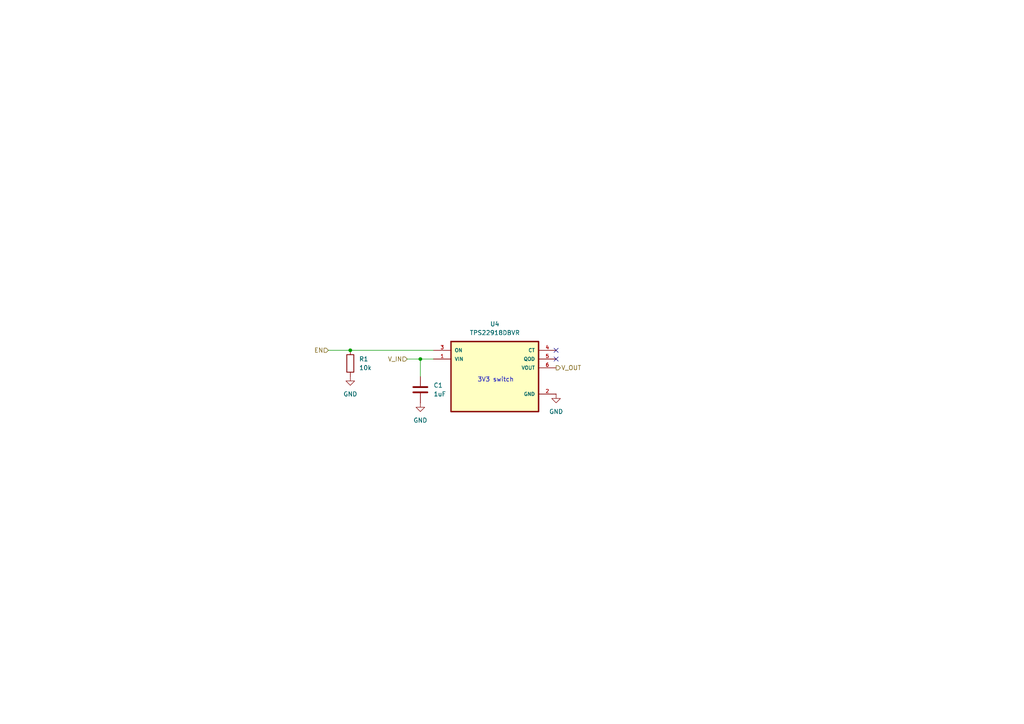
<source format=kicad_sch>
(kicad_sch (version 20250114) (generator "eeschema") (generator_version "9.0")
  (paper "A4")
  (lib_symbols
    (symbol "Device:C" (pin_numbers (hide yes)) (pin_names (offset 0.254))
      (property "Reference" "C" (at 0.635 2.54 0))
      (property "Value" "C" (at 0.635 -2.54 0))
      (symbol "C_0_1"
        (polyline (pts (xy -2.032 0.762) (xy 2.032 0.762)) (stroke (width 0.508)))
        (polyline (pts (xy -2.032 -0.762) (xy 2.032 -0.762)) (stroke (width 0.508)))
      )
      (symbol "C_1_1"
        (pin passive line (at 0 3.81 270) (length 2.794) (name "~") (number "1"))
        (pin passive line (at 0 -3.81 90) (length 2.794) (name "~") (number "2"))
      )
    )
    (symbol "Device:R" (pin_numbers (hide yes)) (pin_names (offset 0))
      (property "Reference" "R" (at 2.032 0 90))
      (property "Value" "R" (at 0 0 90))
      (symbol "R_0_1"
        (rectangle (start -1.016 -2.54) (end 1.016 2.54) (stroke (width 0.254)))
      )
      (symbol "R_1_1"
        (pin passive line (at 0 3.81 270) (length 1.27) (name "~") (number "1"))
        (pin passive line (at 0 -3.81 90) (length 1.27) (name "~") (number "2"))
      )
    )
    (symbol "TPS22918DBVR:TPS22918DBVR" (pin_names (offset 1.016))
      (property "Reference" "U" (at -12.7 11.16 0))
      (property "Value" "TPS22918DBVR" (at -12.7 -14.16 0))
      (symbol "TPS22918DBVR_0_0"
        (rectangle (start -12.7 -10.16) (end 12.7 10.16) (stroke (width 0.41)) (fill (type background)))
        (pin input line (at -17.78 7.62 0) (length 5.08) (name "ON") (number "3"))
        (pin input line (at -17.78 5.08 0) (length 5.08) (name "VIN") (number "1"))
        (pin output line (at 17.78 7.62 180) (length 5.08) (name "CT") (number "4"))
        (pin output line (at 17.78 5.08 180) (length 5.08) (name "QOD") (number "5"))
        (pin output line (at 17.78 2.54 180) (length 5.08) (name "VOUT") (number "6"))
        (pin power_in line (at 17.78 -5.08 180) (length 5.08) (name "GND") (number "2"))
      )
    )
    (symbol "power:GND" (power) (pin_numbers (hide yes)) (pin_names (offset 0) (hide yes))
      (property "Value" "GND" (at 0 -3.81 0))
      (symbol "GND_0_1"
        (polyline (pts (xy 0 0) (xy 0 -1.27) (xy 1.27 -1.27) (xy 0 -2.54) (xy -1.27 -1.27) (xy 0 -1.27)))
      )
      (symbol "GND_1_1"
        (pin power_in line (at 0 0 270) (length 0) (name "~") (number "1"))
      )
    )
  )
  (text "3V3 switch" (at 143.764 110.236 0) (effects (font (size 1.27 1.27))))
  (junction (at 121.92 104.14))
  (junction (at 101.6 101.6))
  (no_connect (at 161.29 104.14))
  (no_connect (at 161.29 101.6))
  (wire (pts (xy 121.92 104.14) (xy 125.73 104.14)))
  (wire (pts (xy 101.6 101.6) (xy 125.73 101.6)))
  (wire (pts (xy 95.25 101.6) (xy 101.6 101.6)))
  (wire (pts (xy 121.92 104.14) (xy 121.92 109.22)))
  (wire (pts (xy 118.11 104.14) (xy 121.92 104.14)))
  (hierarchical_label "V_OUT" (shape output) (at 161.29 106.68 0))
  (hierarchical_label "EN" (shape input) (at 95.25 101.6 180))
  (hierarchical_label "V_IN" (shape input) (at 118.11 104.14 180))
  (symbol (lib_id "power:GND") (at 161.29 114.3 0) (unit 1)
    (property "Reference" "#PWR012" (effects (hide yes)))
    (property "Value" "GND" (at 161.29 119.38 0))
    (property "Description" "Power symbol creates a global label with name \"GND\" , ground" (effects (hide yes)))
  )
  (symbol (lib_id "Device:R") (at 101.6 105.41 0) (unit 1)
    (property "Reference" "R1" (at 104.14 104.1399 0) (effects (justify left)))
    (property "Value" "10k" (at 104.14 106.6799 0) (effects (justify left)))
    (property "Footprint" "Resistor_SMD:R_0603_1608Metric" (effects (hide yes)))
    (property "Description" "Resistor" (effects (hide yes)))
  )
  (symbol (lib_id "power:GND") (at 121.92 116.84 0) (unit 1)
    (property "Reference" "#PWR016" (effects (hide yes)))
    (property "Value" "GND" (at 121.92 121.92 0))
    (property "Description" "Power symbol creates a global label with name \"GND\" , ground" (effects (hide yes)))
  )
  (symbol (lib_id "power:GND") (at 101.6 109.22 0) (unit 1)
    (property "Reference" "#PWR014" (effects (hide yes)))
    (property "Value" "GND" (at 101.6 114.3 0))
    (property "Description" "Power symbol creates a global label with name \"GND\" , ground" (effects (hide yes)))
  )
  (symbol (lib_id "Device:C") (at 121.92 113.03 0) (unit 1)
    (property "Reference" "C1" (at 125.73 111.7599 0) (effects (justify left)))
    (property "Value" "1uF" (at 125.73 114.2999 0) (effects (justify left)))
    (property "Footprint" "Capacitor_SMD:C_0603_1608Metric" (effects (hide yes)))
    (property "Description" "Unpolarized capacitor" (effects (hide yes)))
  )
  (symbol (lib_id "TPS22918DBVR:TPS22918DBVR") (at 143.51 109.22 0) (unit 1)
    (property "Reference" "U4" (at 143.51 93.98 0))
    (property "Value" "TPS22918DBVR" (at 143.51 96.52 0))
    (property "Footprint" "SOT95P280X145-6N" (effects (hide yes)))
  )
)
</source>
